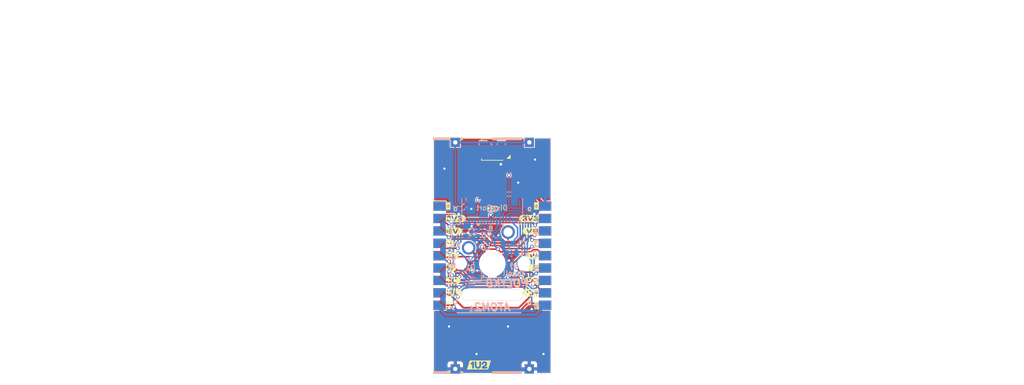
<source format=kicad_pcb>
(kicad_pcb (version 20211014) (generator pcbnew)
  (title_block (title "PolyKB Atom") (date "2022-02-01") (rev "2.1") (company "thpoll"))
  (layers (0 "F.Cu" signal) (31 "B.Cu" signal) (34 "B.Paste" user) (35 "F.Paste" user) (36 "B.SilkS" user "B.Silkscreen") (37 "F.SilkS" user "F.Silkscreen") (38 "B.Mask" user) (39 "F.Mask" user) (44 "Edge.Cuts" user))
  (net 0 "")
  (net 1 "/Keyboard/sheet605ED2EB/GND")
  (net 2 "/Keyboard/sheet605ED2EB/3V3")
  (net 3 "/Keyboard/sheet605ED2EB/4V2")
  (net 4 "Net-(C4-Pad1)")
  (net 5 "Net-(C5-Pad2)")
  (net 6 "Net-(C5-Pad1)")
  (net 7 "Net-(C6-Pad2)")
  (net 8 "Net-(C6-Pad1)")
  (net 9 "/Keyboard/sheet605ED2EB/CS")
  (net 10 "/Keyboard/sheet605ED2EB/RESET")
  (net 11 "/Keyboard/sheet605ED2EB/D-C")
  (net 12 "/Keyboard/sheet605ED2EB/SCLK")
  (net 13 "/Keyboard/sheet605ED2EB/SDIN")
  (net 14 "/Keyboard/sheet605ED2EB/LED_DIN")
  (net 15 "/Keyboard/sheet605ED2EB/5V")
  (net 16 "Net-(D1-Pad2)")
  (net 17 "/Keyboard/sheet605ED2EB/KeyRow")
  (net 18 "/Keyboard/sheet605ED2EB/KeyCol")
  (net 19 "CS8")
  (net 20 "CS7")
  (net 21 "CS6")
  (net 22 "CS5")
  (net 23 "CS4")
  (net 24 "CS3")
  (net 25 "CS2")
  (net 26 "CS1")
  (net 27 "Net-(C1-Pad1)")
  (footprint "poly_kb:AtomConnect2" (layer "F.Cu") (at 93.218 63.6778 -90)
    (fp_text reference "J3" hide)
    (fp_text value "WestFront")
  )
  (footprint "poly_kb:AtomConnect2" (layer "F.Cu") (at 110.236 63.6778 -90)
    (fp_text reference "J4" hide)
    (fp_text value "EastFront")
  )
  (footprint "poly_kb:WS2812B-Mini" (layer "F.Cu") (at 101.727 46.5328)
    (fp_text reference "LED1" hide)
    (fp_text value "LED")
  )
  (footprint "poly_kb:SW_Cherry_MX_1.00u_PCB_NoSilk" (layer "F.Cu") (at 104.267 59.8678)
    (fp_text reference "SW1" hide)
    (fp_text value "SW_Push")
  )
  (footprint "poly_kb:TestPoin_1.5x1.5mm_Drill0.7mm" (layer "F.Cu") (at 107.696 45.3898)
    (fp_text reference "J2" hide)
    (fp_text value "North")
  )
  (footprint "poly_kb:TestPoin_1.5x1.5mm_Drill0.7mm" (layer "F.Cu") (at 95.758 45.3898)
    (fp_text reference "J8" hide)
    (fp_text value "North2")
  )
  (footprint "poly_kb:TestPoin_1.5x1.5mm_Drill0.7mm" (layer "F.Cu") (at 107.696 81.9658)
    (fp_text reference "J9" hide)
    (fp_text value "South2")
  )
  (footprint "poly_kb:TestPoin_1.5x1.5mm_Drill0.7mm" (layer "F.Cu") (at 95.758 81.9658)
    (fp_text reference "J7" hide)
    (fp_text value "South")
  )
  (footprint "kibuzzard-61EFD908" (layer "F.Cu") (at 94.615 71.7042)
    (fp_text reference "kibuzzard-61EFD908" hide)
    (fp_text value "G***" hide)
  )
  (footprint "kibuzzard-61EFBE87" (layer "F.Cu") (at 96.0374 59.7154)
    (fp_text reference "kibuzzard-61EFBE87" hide)
    (fp_text value "G***" hide)
  )
  (footprint "kibuzzard-61EFDAC6" (layer "F.Cu") (at 108.7882 61.6966)
    (fp_text reference "kibuzzard-61EFDAC6" hide)
    (fp_text value "G***" hide)
  )
  (footprint "kibuzzard-61EFBE2C" (layer "F.Cu") (at 95.4278 67.691)
    (fp_text reference "kibuzzard-61EFBE2C" hide)
    (fp_text value "G***" hide)
  )
  (footprint "kibuzzard-61EFD947" (layer "F.Cu") (at 108.839 55.6514)
    (fp_text reference "kibuzzard-61EFD947" hide)
    (fp_text value "G***" hide)
  )
  (footprint "kibuzzard-61EFA8F1" (layer "F.Cu") (at 107.9246 69.6722)
    (fp_text reference "kibuzzard-61EFA8F1" hide)
    (fp_text value "G***" hide)
  )
  (footprint "kibuzzard-61EFDAA0" (layer "F.Cu") (at 94.9706 61.6966)
    (fp_text reference "kibuzzard-61EFDAA0" hide)
    (fp_text value "G***" hide)
  )
  (footprint "kibuzzard-61EFD7F9" (layer "F.Cu") (at 108.3818 65.659)
    (fp_text reference "kibuzzard-61EFD7F9" hide)
    (fp_text value "G***" hide)
  )
  (footprint "kibuzzard-61EFD863" (layer "F.Cu") (at 107.6198 57.6834)
    (fp_text reference "kibuzzard-61EFD863" hide)
    (fp_text value "G***" hide)
  )
  (footprint "kibuzzard-61EFD879" (layer "F.Cu") (at 95.844 57.6906)
    (fp_text reference "kibuzzard-61EFD879" hide)
    (fp_text value "G***" hide)
  )
  (footprint "kibuzzard-61EFD908" (layer "F.Cu") (at 108.839 71.7042)
    (fp_text reference "kibuzzard-61EFD908" hide)
    (fp_text value "G***" hide)
  )
  (footprint "kibuzzard-61EFACF9" (layer "F.Cu") (at 107.4166 59.7154)
    (fp_text reference "kibuzzard-61EFACF9" hide)
    (fp_text value "G***" hide)
  )
  (footprint "kibuzzard-61EFDAEE" (layer "F.Cu") (at 95.254239 63.677507)
    (fp_text reference "kibuzzard-61EFDAEE" hide)
    (fp_text value "G***" hide)
  )
  (footprint "kibuzzard-61EFBE21" (layer "F.Cu") (at 95.0722 65.659)
    (fp_text reference "kibuzzard-61EFBE21" hide)
    (fp_text value "G***" hide)
  )
  (footprint "kibuzzard-61EFABBF" (layer "F.Cu") (at 108.0262 67.691)
    (fp_text reference "kibuzzard-61EFABBF" hide)
    (fp_text value "G***" hide)
  )
  (footprint "kibuzzard-61EFD947" (layer "F.Cu") (at 94.615 55.6514)
    (fp_text reference "kibuzzard-61EFD947" hide)
    (fp_text value "G***" hide)
  )
  (footprint "kibuzzard-61EFBE3D" (layer "F.Cu") (at 95.5294 69.6722)
    (fp_text reference "kibuzzard-61EFBE3D" hide)
    (fp_text value "G***" hide)
  )
  (footprint "kibuzzard-61EFAA6D" (layer "F.Cu") (at 108.2294 63.6778)
    (fp_text reference "kibuzzard-61EFAA6D" hide)
    (fp_text value "G***" hide)
  )
  (footprint "kibuzzard-620B769A" (layer "F.Cu") (at 99.568 81.3308)
    (fp_text reference "kibuzzard-620B769A" hide)
    (fp_text value "G***" hide)
  )
  (footprint "Capacitor_SMD:C_0603_1608Metric" (layer "B.Cu") (at 104.802 63.2528 180)
    (fp_text reference "C1")
    (fp_text value "2.2uF")
  )
  (footprint "Capacitor_SMD:C_0603_1608Metric" (layer "B.Cu") (at 97.409 59.8046 90)
    (fp_text reference "C2")
    (fp_text value "2.2uF")
  )
  (footprint "Capacitor_SMD:C_0402_1005Metric" (layer "B.Cu") (at 95.123 56.9468 90)
    (fp_text reference "C3" hide)
    (fp_text value "1uF")
  )
  (footprint "Capacitor_SMD:C_0603_1608Metric" (layer "B.Cu") (at 104.302 61.7528 180)
    (fp_text reference "C4")
    (fp_text value "4.7uF")
  )
  (footprint "Capacitor_SMD:C_0402_1005Metric" (layer "B.Cu") (at 99.4918 60.0176 90)
    (fp_text reference "C5")
    (fp_text value "1uF")
  )
  (footprint "Capacitor_SMD:C_0402_1005Metric" (layer "B.Cu") (at 100.457 61.3918)
    (fp_text reference "C6")
    (fp_text value "1uF")
  )
  (footprint "poly_kb:D_SOD-323Ext" (layer "B.Cu") (at 98.425 66.9528 180)
    (fp_text reference "D1")
    (fp_text value "D_Small")
  )
  (footprint "poly_kb:FPC_16_JUSHUO_AFC05_S16FIA_00" (layer "B.Cu") (at 101.727 57.9628)
    (fp_text reference "J1" hide)
    (fp_text value "Conn_01x16")
  )
  (footprint "poly_kb:AtomConnect2" (layer "B.Cu") (at 110.236 63.6778 -90)
    (fp_text reference "J6" hide)
    (fp_text value "EastBack")
  )
  (footprint "poly_kb:AtomConnectCS" (layer "B.Cu") (at 93.218 63.6778 -90)
    (fp_text reference "J5" hide)
    (fp_text value "WestBack")
  )
  (footprint "Resistor_SMD:R_0402_1005Metric" (layer "B.Cu") (at 95.602 60.3906 -90)
    (fp_text reference "R1")
    (fp_text value "1M")
  )
  (gr_poly (pts (xy 106.4895 82.7532) (xy 101.727 82.7532) (xy 101.727 82.3214) (xy 106.4895 82.3214)) (layer "B.SilkS") (width 0) (fill solid))
  (gr_poly (pts (xy 94.9706 45.0358) (xy 92.1766 45.0358) (xy 92.1766 44.6024) (xy 94.9706 44.6024)) (layer "B.SilkS") (width 0) (fill solid))
  (gr_poly (pts (xy 96.9645 45.0358) (xy 96.5454 45.0358) (xy 96.5454 44.6024) (xy 96.9645 44.6024)) (layer "B.SilkS") (width 0) (fill solid))
  (gr_poly (pts (xy 96.9645 82.7532) (xy 96.5454 82.7532) (xy 96.5454 82.3341) (xy 96.9645 82.3341)) (layer "B.SilkS") (width 0) (fill solid))
  (gr_poly (pts (xy 94.9706 82.7532) (xy 92.202 82.7532) (xy 92.202 82.313864) (xy 94.9706 82.313864)) (layer "B.SilkS") (width 0) (fill solid))
  (gr_line (start 108.839 55.3466) (end 108.839 55.7022) (layer "B.SilkS") (width 0.12))
  (gr_line (start 95.123 63.4238) (end 95.123 59.3598) (layer "B.SilkS") (width 0.12))
  (gr_line (start 103.502 58.4778) (end 103.502 58.9278) (layer "B.SilkS") (width 0.12))
  (gr_line (start 94.615 66.7258) (end 95.123 66.7258) (layer "B.SilkS") (width 0.12))
  (gr_line (start 103.327 58.7528) (end 103.677 58.7528) (layer "B.SilkS") (width 0.12))
  (gr_line (start 94.615 55.3466) (end 94.615 55.7022) (layer "B.SilkS") (width 0.12))
  (gr_line (start 95.123 69.5198) (end 94.615 70.0278) (layer "B.SilkS") (width 0.12))
  (gr_line (start 94.615 55.7022) (end 94.361 55.7022) (layer "B.SilkS") (width 0.12))
  (gr_line (start 99.302 58.7528) (end 99.652 58.7528) (layer "B.SilkS") (width 0.12))
  (gr_line (start 108.7882 56.007) (end 108.8898 56.007) (layer "B.SilkS") (width 0.12))
  (gr_line (start 94.615 55.7022) (end 94.869 55.7022) (layer "B.SilkS") (width 0.12))
  (gr_line (start 99.402 58.7028) (end 99.552 58.7028) (layer "B.SilkS") (width 0.12))
  (gr_line (start 103.427 58.7028) (end 103.577 58.7028) (layer "B.SilkS") (width 0.12))
  (gr_line (start 99.477 58.4778) (end 99.302 58.7528) (layer "B.SilkS") (width 0.12))
  (gr_line (start 103.677 58.7528) (end 103.502 58.4778) (layer "B.SilkS") (width 0.12))
  (gr_line (start 108.839 55.7022) (end 109.093 55.7022) (layer "B.SilkS") (width 0.12))
  (gr_line (start 108.839 55.7022) (end 108.585 55.7022) (layer "B.SilkS") (width 0.12))
  (gr_poly (pts (xy 106.4895 45.0358) (xy 101.727 45.0358) (xy 101.727 44.6024) (xy 106.4895 44.6024)) (layer "B.SilkS") (width 0) (fill solid))
  (gr_line (start 94.4626 55.8546) (end 94.7674 55.8546) (layer "B.SilkS") (width 0.12))
  (gr_line (start 94.615 62.6618) (end 95.123 62.6618) (layer "B.SilkS") (width 0.12))
  (gr_line (start 99.652 58.7528) (end 99.477 58.4778) (layer "B.SilkS") (width 0.12))
  (gr_line (start 95.123 65.9638) (end 95.123 69.5198) (layer "B.SilkS") (width 0.12))
  (gr_line (start 103.502 58.4778) (end 103.327 58.7528) (layer "B.SilkS") (width 0.12))
  (gr_line (start 101.477 58.6528) (end 101.477 58.4778) (layer "B.SilkS") (width 0.12))
  (gr_line (start 95.123 59.3598) (end 94.615 58.8518) (layer "B.SilkS") (width 0.12))
  (gr_line (start 108.6866 55.8546) (end 108.9914 55.8546) (layer "B.SilkS") (width 0.12))
  (gr_line (start 99.477 58.4778) (end 99.477 58.9278) (layer "B.SilkS") (width 0.12))
  (gr_line (start 94.5642 56.007) (end 94.6658 56.007) (layer "B.SilkS") (width 0.12))
  (gr_poly (pts (xy 106.4895 45.0358) (xy 101.727 45.0358) (xy 101.727 44.6024) (xy 106.4895 44.6024)) (layer "F.SilkS") (width 0) (fill solid))
  (gr_line (start 94.7928 59.2582) (end 94.7928 59.309) (layer "F.SilkS") (width 0.12))
  (gr_line (start 108.2294 59.2074) (end 108.2294 60.2234) (layer "F.SilkS") (width 0.135))
  (gr_line (start 109.1438 59.2074) (end 109.1438 60.2234) (layer "F.SilkS") (width 0.135))
  (gr_line (start 108.712 59.309) (end 108.6612 59.309) (layer "F.SilkS") (width 0.12))
  (gr_line (start 108.712 59.2582) (end 108.712 59.309) (layer "F.SilkS") (width 0.12))
  (gr_line (start 95.0468 59.309) (end 95.0468 59.2074) (layer "F.SilkS") (width 0.12))
  (gr_line (start 108.4072 59.309) (end 108.4072 59.2074) (layer "F.SilkS") (width 0.12))
  (gr_line (start 94.3102 59.2074) (end 95.2754 59.2074) (layer "F.SilkS") (width 0.135))
  (gr_line (start 94.742 59.309) (end 94.742 59.2582) (layer "F.SilkS") (width 0.12))
  (gr_line (start 95.1992 59.309) (end 95.0468 59.309) (layer "F.SilkS") (width 0.12))
  (gr_line (start 95.2754 60.2234) (end 94.3102 60.2234) (layer "F.SilkS") (width 0.135))
  (gr_line (start 94.361 59.309) (end 94.488 59.309) (layer "F.SilkS") (width 0.12))
  (gr_line (start 108.458 59.563) (end 108.9152 59.563) (layer "F.SilkS") (width 0.12))
  (gr_line (start 94.3102 59.2074) (end 94.3102 60.2234) (layer "F.SilkS") (width 0.135))
  (gr_line (start 109.1184 59.309) (end 108.966 59.309) (layer "F.SilkS") (width 0.12))
  (gr_poly (pts (xy 96.9645 45.0358) (xy 96.5454 45.0358) (xy 96.5454 44.6024) (xy 96.9645 44.6024)) (layer "F.SilkS") (width 0) (fill solid))
  (gr_line (start 94.5388 59.563) (end 94.996 59.563) (layer "F.SilkS") (width 0.12))
  (gr_line (start 94.5388 59.9694) (end 94.996 59.9694) (layer "F.SilkS") (width 0.12))
  (gr_poly (pts (xy 94.9706 45.0358) (xy 92.1766 45.0358) (xy 92.1766 44.6024) (xy 94.9706 44.6024)) (layer "F.SilkS") (width 0) (fill solid))
  (gr_line (start 108.9152 59.7662) (end 108.458 59.7662) (layer "F.SilkS") (width 0.12))
  (gr_line (start 108.966 59.309) (end 108.966 59.2074) (layer "F.SilkS") (width 0.12))
  (gr_line (start 94.7928 59.309) (end 94.742 59.309) (layer "F.SilkS") (width 0.12))
  (gr_line (start 109.1438 60.2234) (end 108.1786 60.2234) (layer "F.SilkS") (width 0.135))
  (gr_line (start 108.2802 59.309) (end 108.4072 59.309) (layer "F.SilkS") (width 0.12))
  (gr_line (start 94.996 59.7662) (end 94.5388 59.7662) (layer "F.SilkS") (width 0.12))
  (gr_poly (pts (xy 96.9645 82.7532) (xy 96.5454 82.7532) (xy 96.5454 82.3468) (xy 96.9645 82.3468)) (layer "F.SilkS") (width 0) (fill solid))
  (gr_line (start 94.488 59.309) (end 94.488 59.2074) (layer "F.SilkS") (width 0.12))
  (gr_poly (pts (xy 106.4895 82.7532) (xy 101.727 82.7532) (xy 101.727 82.3468) (xy 106.4895 82.3468)) (layer "F.SilkS") (width 0) (fill solid))
  (gr_line (start 108.458 59.9694) (end 108.9152 59.9694) (layer "F.SilkS") (width 0.12))
  (gr_line (start 95.2246 59.2074) (end 95.2246 60.2234) (layer "F.SilkS") (width 0.135))
  (gr_line (start 108.6612 59.309) (end 108.6612 59.2582) (layer "F.SilkS") (width 0.12))
  (gr_line (start 108.1786 59.2074) (end 109.1438 59.2074) (layer "F.SilkS") (width 0.135))
  (gr_poly (pts (xy 94.9706 82.7532) (xy 92.1766 82.7532) (xy 92.1766 82.3468) (xy 94.9706 82.3468)) (layer "F.SilkS") (width 0) (fill solid))
  (gr_line (start 111.252 44.6278) (end 92.202 44.6278) (layer "Edge.Cuts") (width 0.05))
  (gr_line (start 92.202 44.6278) (end 92.202 82.7278) (layer "Edge.Cuts") (width 0.05))
  (gr_line (start 111.252 44.6278) (end 111.252 82.7278) (layer "Edge.Cuts") (width 0.05))
  (gr_line (start 111.252 82.7278) (end 92.202 82.7278) (layer "Edge.Cuts") (width 0.05))
  (gr_arc (start 105.718 69.1388) (mid 106.607 70.0278) (end 105.718 70.9168) (layer "Edge.Cuts") (width 0.05))
  (gr_line (start 105.718 69.1388) (end 97.736 69.1388) (layer "Edge.Cuts") (width 0.05))
  (gr_arc (start 97.736 70.9168) (mid 96.847 70.0278) (end 97.736 69.1388) (layer "Edge.Cuts") (width 0.05))
  (gr_line (start 105.718 70.9168) (end 97.736 70.9168) (layer "Edge.Cuts") (width 0.05))
  (gr_text "ATOM2" (at 101.7778 71.9963) (layer "B.SilkS") (effects (font (size 1.2 1.2) (thickness 0.3) italic) (justify mirror)))
  (gr_text "1" (at 108.839 57.7088) (layer "B.SilkS") (effects (font (size 0.8 0.8) (thickness 0.153)) (justify mirror)))
  (gr_text "c" (at 95.7834 71.12) (layer "B.SilkS") (effects (font (size 0.8 0.8) (thickness 0.153)) (justify mirror)))
  (gr_text "c" (at 107.7214 71.1454) (layer "B.SilkS") (effects (font (size 0.8 0.8) (thickness 0.153)) (justify mirror)))
  (gr_text "c" (at 95.7834 56.0578) (layer "B.SilkS") (effects (font (size 0.8 0.8) (thickness 0.153)) (justify mirror)))
  (gr_text ".1" (at 98.5012 72.2503) (layer "B.SilkS") (effects (font (size 0.8 0.8) (thickness 0.153)) (justify mirror)))
  (gr_text "4" (at 108.839 63.741299) (layer "B.SilkS") (effects (font (size 0.8 0.8) (thickness 0.153)) (justify mirror)))
  (gr_text "POLYKB" (at 104.14 68.1482) (layer "B.SilkS") (effects (font (size 1.2 1.2) (thickness 0.3) italic) (justify mirror)))
  (gr_text "." (at 100.302 66.5028) (layer "B.SilkS") (effects (font (size 1.2 1.2) (thickness 0.25)) (justify mirror)))
  (gr_text "2" (at 108.839 59.719633) (layer "B.SilkS") (effects (font (size 0.8 0.8) (thickness 0.153)) (justify mirror)))
  (gr_text "5" (at 108.839 65.752132) (layer "B.SilkS") (effects (font (size 0.8 0.8) (thickness 0.153)) (justify mirror)))
  (gr_text "6" (at 108.839 67.762965) (layer "B.SilkS") (effects (font (size 0.8 0.8) (thickness 0.153)) (justify mirror)))
  (gr_text "by\nthpoll" (at 105.156 65.8368) (layer "B.SilkS") (effects (font (size 0.8 0.8)) (justify mirror)))
  (gr_text "8" (at 101.477 59.3278) (layer "B.SilkS") (effects (font (size 0.8 0.8) (thickness 0.153)) (justify mirror)))
  (gr_text "16" (at 106.527 58.2778) (layer "B.SilkS") (effects (font (size 0.8 0.8) (thickness 0.153)) (justify mirror)))
  (gr_text "C3" (at 95.952 58.3278) (layer "B.SilkS") (effects (font (size 0.8 0.8)) (justify mirror)))
  (gr_text "c" (at 107.7214 56.0578) (layer "B.SilkS") (effects (font (size 0.8 0.8) (thickness 0.153)) (justify mirror)))
  (gr_text "DispPort" (at 101.6762 55.9562) (layer "B.SilkS") (effects (font (size 0.8 0.8) (thickness 0.153)) (justify mirror)))
  (gr_text "3" (at 108.839 61.730466) (layer "B.SilkS") (effects (font (size 0.8 0.8) (thickness 0.153)) (justify mirror)))
  (gr_text "CS" (at 95.123 64.6938 270) (layer "B.SilkS") (effects (font (size 1 1.2) (thickness 0.25)) (justify mirror)))
  (gr_text "." (at 97.352 57.5278) (layer "B.SilkS") (effects (font (size 1.2 1.2) (thickness 0.25)) (justify mirror)))
  (gr_text "8" (at 108.839 71.755) (layer "B.SilkS") (effects (font (size 0.8 0.8) (thickness 0.153)) (justify mirror)))
  (gr_text "7" (at 108.839 69.7738) (layer "B.SilkS") (effects (font (size 0.8 0.8) (thickness 0.153)) (justify mirror)))
  (gr_text "c" (at 95.7326 71.0946) (layer "F.SilkS") (effects (font (size 0.8 0.8) (thickness 0.153))))
  (gr_text "c" (at 107.7214 56.0578) (layer "F.SilkS") (effects (font (size 0.8 0.8) (thickness 0.153))))
  (gr_text "c" (at 107.6706 71.1454) (layer "F.SilkS") (effects (font (size 0.8 0.8) (thickness 0.153))))
  (gr_text "E" (at 101.727 56.134) (layer "F.SilkS") (effects (font (size 0.8 0.8))))
  (gr_text "D" (at 102.3112 56.134) (layer "F.SilkS") (effects (font (size 0.8 0.8))))
  (gr_text "L" (at 101.1428 56.134) (layer "F.SilkS") (effects (font (size 0.8 0.8))))
  (gr_text "c" (at 95.7834 56.0578) (layer "F.SilkS") (effects (font (size 0.8 0.8) (thickness 0.153))))
  (segment (start 98.407521 56.0578) (end 98.34306 56.122261) (width 0.5) (layer "F.Cu") (net 1))
  (segment (start 101.092 56.0578) (end 98.407521 56.0578) (width 0.5) (layer "F.Cu") (net 1))
  (segment (start 95.662917 58.91646) (end 95.585745 58.993632) (width 0.2921) (layer "F.Cu") (net 1))
  (segment (start 101.490858 56.0578) (end 102.581996 57.148938) (width 0.5) (layer "F.Cu") (net 1))
  (segment (start 103.102 47.4328) (end 103.092 47.4228) (width 0.5) (layer "F.Cu") (net 1))
  (segment (start 98.405358 58.91646) (end 95.662917 58.91646) (width 0.2921) (layer "F.Cu") (net 1))
  (segment (start 102.581996 57.148938) (end 108.305862 57.148938) (width 0.5) (layer "F.Cu") (net 1))
  (segment (start 101.092 56.0578) (end 101.490858 56.0578) (width 0.5) (layer "F.Cu") (net 1))
  (segment (start 98.405358 58.91646) (end 101.21566 58.91646) (width 0.2921) (layer "F.Cu") (net 1))
  (segment (start 101.21566 58.91646) (end 102.702 60.4028) (width 0.2921) (layer "F.Cu") (net 1))
  (segment (start 97.640496 56.824825) (end 98.34306 56.122261) (width 0.5) (layer "F.Cu") (net 1))
  (segment (start 96.503206 56.824825) (end 97.640496 56.824825) (width 0.5) (layer "F.Cu") (net 1))
  (segment (start 103.102 48.9228) (end 103.102 47.4328) (width 0.5) (layer "F.Cu") (net 1))
  (segment (start 108.305862 57.148938) (end 108.502 56.9528) (width 0.5) (layer "F.Cu") (net 1))
  (via (at 99.202 61.5188) (size 0.6096) (drill 0.3556) (layers "F.Cu" "B.Cu") (net 1))
  (via (at 104.394 64.4652) (size 0.6096) (drill 0.3556) (layers "F.Cu" "B.Cu") (net 1))
  (via (at 101.092 56.0578) (size 0.6096) (drill 0.3556) (layers "F.Cu" "B.Cu") (net 1))
  (via (at 108.622 48.1628) (size 0.6096) (drill 0.3556) (layers "F.Cu" "B.Cu") (net 1))
  (via (at 98.405358 58.91646) (size 0.6096) (drill 0.3556) (layers "F.Cu" "B.Cu") (net 1))
  (via (at 108.502 56.9528) (size 0.8) (drill 0.4) (layers "F.Cu" "B.Cu") (net 1))
  (via (at 94.012 49.6228) (size 0.6096) (drill 0.3556) (layers "F.Cu" "B.Cu") (net 1))
  (via (at 103.102 48.9228) (size 0.8) (drill 0.4) (layers "F.Cu" "B.Cu") (net 1))
  (via (at 105.902 51.8828) (size 0.6096) (drill 0.3556) (layers "F.Cu" "B.Cu") (net 1))
  (via (at 102.702 60.4028) (size 0.6096) (drill 0.3556) (layers "F.Cu" "B.Cu") (net 1))
  (via (at 98.34306 56.122261) (size 0.6096) (drill 0.3556) (layers "F.Cu" "B.Cu") (net 1))
  (via (at 95.607733 58.996357) (size 0.6096) (drill 0.3556) (layers "F.Cu" "B.Cu") (net 1))
  (via (at 96.302 56.9528) (size 0.8) (drill 0.4) (layers "F.Cu" "B.Cu") (net 1))
  (via (at 99.314 66.0908) (size 0.6096) (drill 0.3556) (layers "F.Cu" "B.Cu") (net 1))
  (segment (start 102.702 60.7528) (end 102.702 60.4028) (width 0.5) (layer "B.Cu") (net 1))
  (segment (start 103.527 61.6458) (end 103.527 61.5778) (width 0.5) (layer "B.Cu") (net 1))
  (segment (start 98.452 60.7838) (end 99.187 61.5188) (width 0.2921) (layer "B.Cu") (net 1))
  (segment (start 108.502 56.9528) (end 110.236 55.2188) (width 0.5) (layer "B.Cu") (net 1))
  (segment (start 106.002 49.2628) (end 103.442 49.2628) (width 0.5) (layer "B.Cu") (net 1))
  (segment (start 93.472 55.6778) (end 93.979 56.1848) (width 0.5) (layer "B.Cu") (net 1))
  (segment (start 96.252 57.5528) (end 96.252 57.0028) (width 0.2921) (layer "B.Cu") (net 1))
  (segment (start 109.982 55.6778) (end 109.777 55.6778) (width 0.5) (layer "B.Cu") (net 1))
  (segment (start 95.23199 56.1848) (end 95.863181 56.1848) (width 0.5) (layer "B.Cu") (net 1))
  (segment (start 103.527 61.5778) (end 102.702 60.7528) (width 0.5) (layer "B.Cu") (net 1))
  (segment (start 103.5242 62.681) (end 103.5242 61.6458) (width 0.5) (layer "B.Cu") (net 1))
  (segment (start 95.702 58.1028) (end 96.252 57.5528) (width 0.2921) (layer "B.Cu") (net 1))
  (segment (start 96.252 57.0028) (end 96.302 56.9528) (width 0.2921) (layer "B.Cu") (net 1))
  (segment (start 98.977 58.4778) (end 98.53834 58.91646) (width 0.2921) (layer "B.Cu") (net 1))
  (segment (start 96.302 56.623619) (end 96.302 56.9528) (width 0.5) (layer "B.Cu") (net 1))
  (segment (start 97.409 58.8388) (end 97.61881 58.8388) (width 0.2921) (layer "B.Cu") (net 1))
  (segment (start 97.977 57.9628) (end 97.977 58.48061) (width 0.2921) (layer "B.Cu") (net 1))
  (segment (start 98.452 58.963102) (end 98.452 60.7838) (width 0.2921) (layer "B.Cu") (net 1))
  (segment (start 95.23199 56.1848) (end 95.23199 56.35781) (width 0.5) (layer "B.Cu") (net 1))
  (segment (start 97.977 58.48061) (end 98.405358 58.908968) (width 0.2921) (layer "B.Cu") (net 1))
  (segment (start 95.23199 56.35781) (end 95.123 56.4668) (width 0.5) (layer "B.Cu") (net 1))
  (segment (start 98.405358 58.91646) (end 98.452 58.963102) (width 0.2921) (layer "B.Cu") (net 1))
  (segment (start 109.777 55.6778) (end 108.502 56.9528) (width 0.5) (layer "B.Cu") (net 1))
  (segment (start 98.53834 58.91646) (end 98.405358 58.91646) (width 0.2921) (layer "B.Cu") (net 1))
  (segment (start 110.236 55.2188) (end 110.236 53.4968) (width 0.5) (layer "B.Cu") (net 1))
  (segment (start 104.013 63.1698) (end 103.5242 62.681) (width 0.5) (layer "B.Cu") (net 1))
  (segment (start 95.863181 56.1848) (end 96.302 56.623619) (width 0.5) (layer "B.Cu") (net 1))
  (segment (start 110.236 53.4968) (end 106.002 49.2628) (width 0.5) (layer "B.Cu") (net 1))
  (segment (start 103.442 49.2628) (end 103.102 48.9228) (width 0.5) (layer "B.Cu") (net 1))
  (segment (start 95.585745 58.993632) (end 95.702 58.877377) (width 0.2921) (layer "B.Cu") (net 1))
  (segment (start 98.405358 58.908968) (end 98.405358 58.91646) (width 0.2921) (layer "B.Cu") (net 1))
  (segment (start 97.61881 58.8388) (end 97.977 58.48061) (width 0.2921) (layer "B.Cu") (net 1))
  (segment (start 93.979 56.1848) (end 95.23199 56.1848) (width 0.5) (layer "B.Cu") (net 1))
  (segment (start 95.702 58.877377) (end 95.702 58.1028) (width 0.2921) (layer "B.Cu") (net 1))
  (segment (start 98.977 57.9628) (end 98.977 58.4778) (width 0.2921) (layer "B.Cu") (net 1))
  (segment (start 93.585251 57.6778) (end 94.842315 58.934864) (width 0.25) (layer "F.Cu") (net 2))
  (segment (start 101.473 57.0738) (end 101.473 57.5818) (width 0.5) (layer "F.Cu") (net 2))
  (segment (start 101.618511 57.727311) (end 101.327489 57.727311) (width 0.5) (layer "F.Cu") (net 2))
  (segment (start 101.473 57.5818) (end 101.327489 57.727311) (width 0.5) (layer "F.Cu") (net 2))
  (segment (start 93.218 57.6778) (end 93.7244 57.1714) (width 0.5) (layer "F.Cu") (net 2))
  (segment (start 93.472 57.6778) (end 93.6696 57.4802) (width 0.5) (layer "F.Cu") (net 2))
  (segment (start 93.218 57.6778) (end 93.585251 57.6778) (width 0.25) (layer "F.Cu") (net 2))
  (segment (start 101.473 57.5818) (end 101.618511 57.727311) (width 0.5) (layer "F.Cu") (net 2))
  (segment (start 93.7244 57.1714) (end 94.869 57.1714) (width 0.5) (layer "F.Cu") (net 2))
  (segment (start 94.926892 57.229292) (end 95.491142 57.229292) (width 0.5) (layer "F.Cu") (net 2))
  (segment (start 110.112951 57.800849) (end 96.015989 57.800849) (width 0.5) (layer "F.Cu") (net 2))
  (segment (start 95.491142 57.276002) (end 95.491142 57.229292) (width 0.5) (layer "F.Cu") (net 2))
  (segment (start 94.869 57.1714) (end 94.926892 57.229292) (width 0.5) (layer "F.Cu") (net 2))
  (segment (start 93.709316 57.186484) (end 93.218 57.6778) (width 0.3) (layer "F.Cu") (net 2))
  (segment (start 101.327489 57.727311) (end 101.277489 57.777311) (width 0.5) (layer "F.Cu") (net 2))
  (segment (start 110.236 57.6778) (end 110.112951 57.800849) (width 0.5) (layer "F.Cu") (net 2))
  (segment (start 96.015989 57.800849) (end 95.491142 57.276002) (width 0.5) (layer "F.Cu") (net 2))
  (via (at 94.842315 58.934864) (size 0.6096) (drill 0.3556) (layers "F.Cu" "B.Cu") (net 2))
  (via (at 101.473 57.0738) (size 0.6096) (drill 0.3556) (layers "F.Cu" "B.Cu") (net 2))
  (via (at 95.491142 57.229292) (size 0.6096) (drill 0.3556) (layers "F.Cu" "B.Cu") (net 2))
  (segment (start 95.267846 59.8806) (end 94.842315 59.455069) (width 0.25) (layer "B.Cu") (net 2))
  (segment (start 95.123 57.4268) (end 95.293634 57.4268) (width 0.3) (layer "B.Cu") (net 2))
  (segment (start 94.842315 59.455069) (end 94.842315 58.934864) (width 0.25) (layer "B.Cu") (net 2))
  (segment (start 95.293634 57.4268) (end 95.491142 57.229292) (width 0.3) (layer "B.Cu") (net 2))
  (segment (start 101.977 57.9628) (end 101.977 57.2778) (width 0.3) (layer "B.Cu") (net 2))
  (segment (start 101.773 57.0738) (end 101.473 57.0738) (width 0.3) (layer "B.Cu") (net 2))
  (segment (start 101.977 57.2778) (end 101.773 57.0738) (width 0.3) (layer "B.Cu") (net 2))
  (segment (start 95.644 59.8806) (end 95.267846 59.8806) (width 0.25) (layer "B.Cu") (net 2))
  (segment (start 105.5818 61.5528) (end 103.702 61.5528) (width 0.5) (layer "F.Cu") (net 3))
  (segment (start 103.258701 61.109501) (end 102.002089 61.109501) (width 0.5) (layer "F.Cu") (net 3))
  (segment (start 100.633388 59.7408) (end 101.128688 60.2361) (width 0.5) (layer "F.Cu") (net 3))
  (segment (start 107.4568 59.6778) (end 105.5818 61.5528) (width 0.5) (layer "F.Cu") (net 3))
  (segment (start 102.002089 61.109501) (end 101.128688 60.2361) (width 0.5) (layer "F.Cu") (net 3))
  (segment (start 97.752 59.8044) (end 97.752 60.0028) (width 0.5) (layer "F.Cu") (net 3))
  (segment (start 93.281 59.7408) (end 100.633388 59.7408) (width 0.5) (layer "F.Cu") (net 3))
  (segment (start 109.982 59.6778) (end 107.4568 59.6778) (width 0.5) (layer "F.Cu") (net 3))
  (segment (start 93.218 59.6778) (end 93.281 59.7408) (width 0.5) (layer "F.Cu") (net 3))
  (segment (start 103.702 61.5528) (end 103.258701 61.109501) (width 0.5) (layer "F.Cu") (net 3))
  (via (at 101.128688 60.2361) (size 0.6096) (drill 0.3556) (layers "F.Cu" "B.Cu") (net 3))
  (via (at 97.752 60.0028) (size 0.6096) (drill 0.3556) (layers "F.Cu" "B.Cu") (net 3))
  (segment (start 101.477 57.9628) (end 101.477 59.571705) (width 0.3) (layer "B.Cu") (net 3))
  (segment (start 101.128688 59.920017) (end 101.128688 60.2361) (width 0.3) (layer "B.Cu") (net 3))
  (segment (start 97.409 60.3888) (end 97.752 60.0458) (width 0.3) (layer "B.Cu") (net 3))
  (segment (start 97.752 60.0458) (end 97.752 60.0028) (width 0.3) (layer "B.Cu") (net 3))
  (segment (start 101.477 59.571705) (end 101.128688 59.920017) (width 0.3) (layer "B.Cu") (net 3))
  (segment (start 104.977 58.3486) (end 104.977 57.9628) (width 0.254) (layer "B.Cu") (net 4))
  (segment (start 105.794 60.598892) (end 105.794 59.1656) (width 0.254) (layer "B.Cu") (net 4))
  (segment (start 105.794 59.1656) (end 104.977 58.3486) (width 0.254) (layer "B.Cu") (net 4))
  (segment (start 105.296 61.096892) (end 105.794 60.598892) (width 0.254) (layer "B.Cu") (net 4))
  (segment (start 105.296 61.6458) (end 105.296 61.096892) (width 0.254) (layer "B.Cu") (net 4))
  (segment (start 99.4918 59.35762) (end 99.4918 59.5376) (width 0.254) (layer "B.Cu") (net 5))
  (segment (start 99.977 58.87242) (end 99.4918 59.35762) (width 0.254) (layer "B.Cu") (net 5))
  (segment (start 99.977 57.9628) (end 99.977 58.87242) (width 0.254) (layer "B.Cu") (net 5))
  (segment (start 99.477 58.64911) (end 98.90228 59.22383) (width 0.254) (layer "B.Cu") (net 6))
  (segment (start 98.90228 59.90808) (end 99.4918 60.4976) (width 0.254) (layer "B.Cu") (net 6))
  (segment (start 98.90228 59.22383) (end 98.90228 59.90808) (width 0.254) (layer "B.Cu") (net 6))
  (segment (start 99.477 57.9628) (end 99.477 58.64911) (width 0.254) (layer "B.Cu") (net 6))
  (segment (start 100.544987 60.999787) (end 100.937 61.3918) (width 0.254) (layer "B.Cu") (net 7))
  (segment (start 100.977 57.9628) (end 100.977 59.3826) (width 0.254) (layer "B.Cu") (net 7))
  (segment (start 100.977 59.3826) (end 100.544987 59.814613) (width 0.254) (layer "B.Cu") (net 7))
  (segment (start 100.544987 59.814613) (end 100.544987 60.999787) (width 0.254) (layer "B.Cu") (net 7))
  (segment (start 100.437099 59.070541) (end 100.12752 59.38012) (width 0.254) (layer "B.Cu") (net 8))
  (segment (start 100.477 57.9628) (end 100.437099 58.002701) (width 0.254) (layer "B.Cu") (net 8))
  (segment (start 100.12752 61.24128) (end 99.977 61.3918) (width 0.254) (layer "B.Cu") (net 8))
  (segment (start 100.12752 59.38012) (end 100.12752 61.24128) (width 0.254) (layer "B.Cu") (net 8))
  (segment (start 100.437099 58.002701) (end 100.437099 59.070541) (width 0.254) (layer "B.Cu") (net 8))
  (segment (start 96.202 63.2528) (end 94.952 63.2528) (width 0.254) (layer "F.Cu") (net 9))
  (segment (start 94.952 63.2528) (end 94.852 63.1528) (width 0.254) (layer "F.Cu") (net 9))
  (segment (start 95.458198 67.059304) (end 95.251694 66.8528) (width 0.254) (layer "F.Cu") (net 9))
  (segment (start 96.419094 67.059304) (end 95.458198 67.059304) (width 0.254) (layer "F.Cu") (net 9))
  (via (at 96.202 63.2528) (size 0.6096) (drill 0.3556) (layers "F.Cu" "B.Cu") (net 9))
  (via (at 95.251694 66.8528) (size 0.6096) (drill 0.3556) (layers "F.Cu" "B.Cu") (net 9))
  (via (at 94.852 63.1528) (size 0.6096) (drill 0.3556) (layers "F.Cu" "B.Cu") (net 9))
  (via (at 96.419094 67.059304) (size 0.6096) (drill 0.3556) (layers "F.Cu" "B.Cu") (net 9))
  (segment (start 95.340179 61.913081) (end 94.852 62.40126) (width 0.254) (layer "B.Cu") (net 9))
  (segment (start 98.53829 64.6938) (end 97.79 64.6938) (width 0.254) (layer "B.Cu") (net 9))
  (segment (start 95.602 60.9006) (end 95.602 61.354713) (width 0.254) (layer "B.Cu") (net 9))
  (segment (start 97.79 64.6938) (end 97.79 65.4812) (width 0.254) (layer "B.Cu") (net 9))
  (segment (start 102.477 59.178277) (end 101.712388 59.942889) (width 0.254) (layer "B.Cu") (net 9))
  (segment (start 98.043873 64.6938) (end 96.602873 63.2528) (width 0.254) (layer "B.Cu") (net 9))
  (segment (start 94.243 69.9028) (end 95.077479 69.9028) (width 0.254) (layer "B.Cu") (net 9))
  (segment (start 93.968 67.1778) (end 94.926694 67.1778) (width 0.254) (layer "B.Cu") (net 9))
  (segment (start 94.926694 67.1778) (end 95.251694 66.8528) (width 0.254) (layer "B.Cu") (net 9))
  (segment (start 95.385701 69.594578) (end 95.385701 67.008316) (width 0.254) (layer "B.Cu") (net 9))
  (segment (start 97.060251 66.210949) (end 96.698651 66.210949) (width 0.254) (layer "B.Cu") (net 9))
  (segment (start 95.385701 67.008316) (end 95.25 66.872615) (width 0.254) (layer "B.Cu") (net 9))
  (segment (start 97.79 65.4812) (end 97.060251 66.210949) (width 0.254) (layer "B.Cu") (net 9))
  (segment (start 93.968 70.1778) (end 94.243 69.9028) (width 0.254) (layer "B.Cu") (net 9))
  (segment (start 101.712388 59.942889) (end 101.712388 61.519702) (width 0.254) (layer "B.Cu") (net 9))
  (segment (start 95.340179 61.616532) (end 95.340179 61.913081) (width 0.254) (layer "B.Cu") (net 9))
  (segment (start 95.25 66.8528) (end 95.251694 66.8528) (width 0.254) (layer "B.Cu") (net 9))
  (segment (start 93.968 59.149142) (end 93.968 58.1778) (width 0.25) (layer "B.Cu") (net 9))
  (segment (start 95.602 60.783142) (end 93.968 59.149142) (width 0.25) (layer "B.Cu") (net 9))
  (segment (start 96.698651 66.210949) (end 96.419094 66.490506) (width 0.254) (layer "B.Cu") (net 9))
  (segment (start 93.976 63.1698) (end 94.835 63.1698) (width 0.254) (layer "B.Cu") (net 9))
  (segment (start 94.852 62.40126) (end 94.852 63.1528) (width 0.254) (layer "B.Cu") (net 9))
  (segment (start 96.602873 63.2528) (end 96.202 63.2528) (width 0.254) (layer "B.Cu") (net 9))
  (segment (start 95.602 60.9006) (end 95.602 60.783142) (width 0.25) (layer "B.Cu") (net 9))
  (segment (start 101.712388 61.519702) (end 98.53829 64.6938) (width 0.254) (layer "B.Cu") (net 9))
  (segment (start 102.477 57.9628) (end 102.477 59.178277) (width 0.254) (layer "B.Cu") (net 9))
  (segment (start 96.419094 66.490506) (end 96.419094 67.059304) (width 0.254) (layer "B.Cu") (net 9))
  (segment (start 94.835 63.1698) (end 94.852 63.1528) (width 0.254) (layer "B.Cu") (net 9))
  (segment (start 95.077479 69.9028) (end 95.385701 69.594578) (width 0.254) (layer "B.Cu") (net 9))
  (segment (start 95.602 61.354713) (end 95.340179 61.616532) (width 0.254) (layer "B.Cu") (net 9))
  (segment (start 96.098809 63.931133) (end 96.188663 63.841279) (width 0.254) (layer "F.Cu") (net 10))
  (segment (start 109.016199 62.711999) (end 108.431662 62.711999) (width 0.254) (layer "F.Cu") (net 10))
  (segment (start 108.379406 62.764255) (end 108.282929 62.764255) (width 0.254) (layer "F.Cu") (net 10))
  (segment (start 107.982873 63.064311) (end 103.06453 63.064311) (width 0.254) (layer "F.Cu") (net 10))
  (segment (start 108.431662 62.711999) (end 108.379406 62.764255) (width 0.254) (layer "F.Cu") (net 10))
  (segment (start 98.017679 63.841279) (end 98.2225 64.0461) (width 0.254) (layer "F.Cu") (net 10))
  (segment (start 108.282929 62.764255) (end 107.982873 63.064311) (width 0.254) (layer "F.Cu") (net 10))
  (segment (start 93.471333 63.931133) (end 96.098809 63.931133) (width 0.254) (layer "F.Cu") (net 10))
  (segment (start 109.982 63.6778) (end 109.016199 62.711999) (width 0.254) (layer "F.Cu") (net 10))
  (segment (start 100.474023 62.628023) (end 102.628242 62.628023) (width 0.254) (layer "F.Cu") (net 10))
  (segment (start 100.0506 62.2046) (end 100.474023 62.628023) (width 0.254) (layer "F.Cu") (net 10))
  (segment (start 96.188663 63.841279) (end 98.017679 63.841279) (width 0.254) (layer "F.Cu") (net 10))
  (segment (start 93.218 63.6778) (end 93.471333 63.931133) (width 0.254) (layer "F.Cu") (net 10))
  (segment (start 103.06453 63.064311) (end 102.628242 62.628023) (width 0.254) (layer "F.Cu") (net 10))
  (via (at 98.2225 64.0461) (size 0.6096) (drill 0.3556) (layers "F.Cu" "B.Cu") (net 10))
  (via (at 102.628242 62.628023) (size 0.6096) (drill 0.3556) (layers "F.Cu" "B.Cu") (net 10))
  (via (at 100.0506 62.2046) (size 0.6096) (drill 0.3556) (layers "F.Cu" "B.Cu") (net 10))
  (segment (start 102.118299 62.11808) (end 102.628242 62.628023) (width 0.254) (layer "B.Cu") (net 10))
  (segment (start 100.0506 62.44808) (end 98.45258 64.0461) (width 0.254) (layer "B.Cu") (net 10))
  (segment (start 102.118299 60.111022) (end 102.118299 62.11808) (width 0.254) (layer "B.Cu") (net 10))
  (segment (start 102.977 57.9628) (end 102.977 59.252321) (width 0.254) (layer "B.Cu") (net 10))
  (segment (start 102.977 59.252321) (end 102.118299 60.111022) (width 0.254) (layer "B.Cu") (net 10))
  (segment (start 98.45258 64.0461) (end 98.2225 64.0461) (width 0.254) (layer "B.Cu") (net 10))
  (segment (start 100.0506 62.2046) (end 100.0506 62.44808) (width 0.254) (layer "B.Cu") (net 10))
  (segment (start 94.943778 67.919099) (end 95.146291 68.121612) (width 0.254) (layer "F.Cu") (net 11))
  (segment (start 93.472 67.6778) (end 93.713299 67.919099) (width 0.254) (layer "F.Cu") (net 11))
  (segment (start 97.084152 68.121612) (end 97.69494 68.7324) (width 0.254) (layer "F.Cu") (net 11))
  (segment (start 107.033982 68.7324) (end 108.134035 67.632347) (width 0.254) (layer "F.Cu") (net 11))
  (segment (start 93.713299 67.919099) (end 94.943778 67.919099) (width 0.254) (layer "F.Cu") (net 11))
  (segment (start 108.565087 67.632347) (end 108.61054 67.6778) (width 0.254) (layer "F.Cu") (net 11))
  (segment (start 97.69494 68.7324) (end 107.033982 68.7324) (width 0.254) (layer "F.Cu") (net 11))
  (segment (start 108.61054 67.6778) (end 109.982 67.6778) (width 0.254) (layer "F.Cu") (net 11))
  (segment (start 108.134035 67.632347) (end 108.565087 67.632347) (width 0.254) (layer "F.Cu") (net 11))
  (segment (start 95.146291 68.121612) (end 97.084152 68.121612) (width 0.254) (layer "F.Cu") (net 11))
  (via (at 108.565086 67.632351) (size 0.6096) (drill 0.3556) (layers "F.Cu" "B.Cu") (net 11))
  (segment (start 108.245644 67.312904) (end 108.565087 67.632347) (width 0.254) (layer "B.Cu") (net 11))
  (segment (start 103.477 56.8478) (end 103.886 56.4388) (width 0.254) (layer "B.Cu") (net 11))
  (segment (start 107.512044 61.310528) (end 107.384044 61.438528) (width 0.254) (layer "B.Cu") (net 11))
  (segment (start 108.213588 66.728595) (end 108.245644 66.760651) (width 0.254) (layer "B.Cu") (net 11))
  (segment (start 107.384044 57.603518) (end 107.512044 57.731518) (width 0.254) (layer "B.Cu") (net 11))
  (segment (start 103.477 57.9628) (end 103.477 56.8478) (width 0.254) (layer "B.Cu") (net 11))
  (segment (start 103.886 56.4388) (end 106.220738 56.4388) (width 0.254) (layer "B.Cu") (net 11))
  (segment (start 107.384044 61.438528) (end 107.384044 63.198224) (width 0.254) (layer "B.Cu") (net 11))
  (segment (start 106.220738 56.4388) (end 107.384044 57.602107) (width 0.254) (layer "B.Cu") (net 11))
  (segment (start 108.213588 66.153432) (end 108.213588 66.728595) (width 0.254) (layer "B.Cu") (net 11))
  (segment (start 107.512044 57.731518) (end 107.512044 61.310528) (width 0.254) (layer "B.Cu") (net 11))
  (segment (start 108.473511 64.287691) (end 108.473511 65.893509) (width 0.254) (layer "B.Cu") (net 11))
  (segment (start 107.384044 63.198224) (end 108.473511 64.287691) (width 0.254) (layer "B.Cu") (net 11))
  (segment (start 108.473511 65.893509) (end 108.213588 66.153432) (width 0.254) (layer "B.Cu") (net 11))
  (segment (start 107.384044 57.602107) (end 107.384044 57.603518) (width 0.254) (layer "B.Cu") (net 11))
  (segment (start 108.245644 66.760651) (end 108.245644 67.312904) (width 0.254) (layer "B.Cu") (net 11))
  (segment (start 95.043778 70.069099) (end 97.059879 72.0852) (width 0.3) (layer "F.Cu") (net 12))
  (segment (start 93.863299 70.069099) (end 95.043778 70.069099) (width 0.3) (layer "F.Cu") (net 12))
  (segment (start 108.427 69.6778) (end 110.236 69.6778) (width 0.3) (layer "F.Cu") (net 12))
  (segment (start 106.0196 72.0852) (end 108.427 69.6778) (width 0.3) (layer "F.Cu") (net 12))
  (segment (start 93.472 69.6778) (end 93.863299 70.069099) (width 0.3) (layer "F.Cu") (net 12))
  (segment (start 108.64399 68.33979) (end 108.277757 68.33979) (width 0.254) (layer "F.Cu") (net 12))
  (segment (start 109.982 69.6778) (end 108.64399 68.33979) (width 0.254) (layer "F.Cu") (net 12))
  (segment (start 97.059879 72.0852) (end 106.0196 72.0852) (width 0.3) (layer "F.Cu") (net 12))
  (via (at 108.277762 68.339792) (size 0.6096) (drill 0.3556) (layers "F.Cu" "B.Cu") (net 12))
  (segment (start 106.954033 57.780223) (end 106.954033 57.780927) (width 0.254) (layer "B.Cu") (net 12))
  (segment (start 108.044 64.4656) (end 108.044 65.7156) (width 0.254) (layer "B.Cu") (net 12))
  (segment (start 108.044 65.7156) (end 107.784067 65.975533) (width 0.254) (layer "B.Cu") (net 12))
  (segment (start 107.816133 66.93856) (end 107.816133 67.709719) (width 0.254) (layer "B.Cu") (net 12))
  (segment (start 107.784067 65.975533) (end 107.784067 66.906494) (width 0.254) (layer "B.Cu") (net 12))
  (segment (start 106.954033 63.375633) (end 108.044 64.4656) (width 0.254) (layer "B.Cu") (net 12))
  (segment (start 106.042624 56.868811) (end 106.954033 57.780223) (width 0.254) (layer "B.Cu") (net 12))
  (segment (start 106.954033 57.780927) (end 107.082533 57.909427) (width 0.254) (layer "B.Cu") (net 12))
  (segment (start 107.082533 57.909427) (end 107.082533 61.132619) (width 0.254) (layer "B.Cu") (net 12))
  (segment (start 104.344989 56.868811) (end 106.042624 56.868811) (width 0.254) (layer "B.Cu") (net 12))
  (segment (start 106.954033 61.261119) (end 106.954033 63.375633) (width 0.254) (layer "B.Cu") (net 12))
  (segment (start 107.816133 67.709719) (end 108.277757 68.171343) (width 0.254) (layer "B.Cu") (net 12))
  (segment (start 108.277757 68.171343) (end 108.277757 68.33979) (width 0.254) (layer "B.Cu") (net 12))
  (segment (start 107.082533 61.132619) (end 106.954033 61.261119) (width 0.254) (layer "B.Cu") (net 12))
  (segment (start 107.784067 66.906494) (end 107.816133 66.93856) (width 0.254) (layer "B.Cu") (net 12))
  (segment (start 103.977 57.2368) (end 104.344989 56.868811) (width 0.254) (layer "B.Cu") (net 12))
  (segment (start 103.977 57.9628) (end 103.977 57.2368) (width 0.254) (layer "B.Cu") (net 12))
  (segment (start 97.002795 66.825415) (end 98.050758 67.873378) (width 0.254) (layer "F.Cu") (net 13))
  (segment (start 95.926483 66.507812) (end 96.145107 66.507812) (width 0.254) (layer "F.Cu") (net 13))
  (segment (start 93.516802 65.632998) (end 95.051669 65.632998) (width 0.254) (layer "F.Cu") (net 13))
  (segment (start 95.051669 65.632998) (end 95.926483 66.507812) (width 0.254) (layer "F.Cu") (net 13))
  (segment (start 96.145107 66.507812) (end 96.177316 66.475603) (width 0.254) (layer "F.Cu") (net 13))
  (segment (start 96.660872 66.475603) (end 97.002795 66.817526) (width 0.254) (layer "F.Cu") (net 13))
  (segment (start 108.697107 65.6778) (end 108.022278 66.352629) (width 0.254) (layer "F.Cu") (net 13))
  (segment (start 109.982 65.6778) (end 108.697107 65.6778) (width 0.254) (layer "F.Cu") (net 13))
  (segment (start 106.362651 66.352629) (end 105.6641 65.654078) (width 0.254) (layer "F.Cu") (net 13))
  (segment (start 93.472 65.6778) (end 93.516802 65.632998) (width 0.254) (layer "F.Cu") (net 13))
  (segment (start 108.022278 66.352629) (end 107.170429 66.352629) (width 0.254) (layer "F.Cu") (net 13))
  (segment (start 106.579146 67.873378) (end 107.170429 67.282095) (width 0.254) (layer "F.Cu") (net 13))
  (segment (start 98.050758 67.873378) (end 106.579146 67.873378) (width 0.254) (layer "F.Cu") (net 13))
  (segment (start 96.177316 66.475603) (end 96.660872 66.475603) (width 0.254) (layer "F.Cu") (net 13))
  (segment (start 107.170429 67.282095) (end 107.170429 66.352629) (width 0.254) (layer "F.Cu") (net 13))
  (segment (start 97.002795 66.817526) (end 97.002795 66.825415) (width 0.254) (layer "F.Cu") (net 13))
  (segment (start 107.170429 66.352629) (end 106.362651 66.352629) (width 0.254) (layer "F.Cu") (net 13))
  (via (at 105.664102 65.654072) (size 0.6096) (drill 0.3556) (layers "F.Cu" "B.Cu") (net 13))
  (segment (start 106.653022 58.087336) (end 106.653022 60.95471) (width 0.254) (layer "B.Cu") (net 13))
  (segment (start 106.524022 61.08371) (end 106.524022 63.567277) (width 0.254) (layer "B.Cu") (net 13))
  (segment (start 106.653022 60.95471) (end 106.524022 61.08371) (width 0.254) (layer "B.Cu") (net 13))
  (segment (start 106.524022 63.567277) (end 105.6641 64.427199) (width 0.254) (layer "B.Cu") (net 13))
  (segment (start 104.477 57.483798) (end 104.661976 57.298822) (width 0.254) (layer "B.Cu") (net 13))
  (segment (start 105.864508 57.298822) (end 106.653022 58.087336) (width 0.254) (layer "B.Cu") (net 13))
  (segment (start 104.477 57.9628) (end 104.477 57.483798) (width 0.254) (layer "B.Cu") (net 13))
  (segment (start 104.661976 57.298822) (end 105.864508 57.298822) (width 0.254) (layer "B.Cu") (net 13))
  (segment (start 105.6641 64.427199) (end 105.6641 65.654078) (width 0.254) (layer "B.Cu") (net 13))
  (segment (start 109.457 61.1528) (end 108.152 61.1528) (width 0.254) (layer "F.Cu") (net 14))
  (segment (start 104.412 46.8878) (end 104.412 50.6828) (width 0.254) (layer "F.Cu") (net 14))
  (segment (start 94.032638 62.492438) (end 96.160345 62.492438) (width 0.254) (layer "F.Cu") (net 14))
  (segment (start 99.372 54.6828) (end 100.362 53.6928) (width 0.254) (layer "F.Cu") (net 14))
  (segment (start 103.167 45.6428) (end 104.412 46.8878) (width 0.254) (layer "F.Cu") (net 14))
  (segment (start 100.362 53.6928) (end 100.362 47.4228) (width 0.254) (layer "F.Cu") (net 14))
  (segment (start 109.982 61.6778) (end 109.457 61.1528) (width 0.254) (layer "F.Cu") (net 14))
  (segment (start 93.218 61.6778) (end 94.032638 62.492438) (width 0.254) (layer "F.Cu") (net 14))
  (segment (start 103.092 45.6428) (end 103.167 45.6428) (width 0.254) (layer "F.Cu") (net 14))
  (via (at 108.152 61.1528) (size 0.6096) (drill 0.3556) (layers "F.Cu" "B.Cu") (net 14))
  (via (at 96.160345 62.492438) (size 0.6096) (drill 0.3556) (layers "F.Cu" "B.Cu") (net 14))
  (via (at 104.412 50.6828) (size 0.6096) (drill 0.3556) (layers "F.Cu" "B.Cu") (net 14))
  (via (at 99.372 54.6828) (size 0.6096) (drill 0.3556) (layers "F.Cu" "B.Cu") (net 14))
  (segment (start 96.160345 61.944455) (end 96.160345 62.492438) (width 0.254) (layer "B.Cu") (net 14))
  (segment (start 106.398853 56.008789) (end 104.957033 56.008789) (width 0.254) (layer "B.Cu") (net 14))
  (segment (start 107.941555 57.551491) (end 106.398853 56.008789) (width 0.254) (layer "B.Cu") (net 14))
  (segment (start 104.412 55.463756) (end 104.412 50.6828) (width 0.254) (layer "B.Cu") (net 14))
  (segment (start 96.65448 58.404821) (end 96.65448 61.45032) (width 0.254) (layer "B.Cu") (net 14))
  (segment (start 97.772189 57.287111) (end 96.65448 58.404821) (width 0.254) (layer "B.Cu") (net 14))
  (segment (start 107.941555 60.942355) (end 107.941555 57.551491) (width 0.254) (layer "B.Cu") (net 14))
  (segment (start 99.352 56.9528) (end 99.352 54.7028) (width 0.254) (layer "B.Cu") (net 14))
  (segment (start 108.152 61.1528) (end 107.941555 60.942355) (width 0.254) (layer "B.Cu") (net 14))
  (segment (start 104.957033 56.008789) (end 104.412 55.463756) (width 0.254) (layer "B.Cu") (net 14))
  (segment (start 99.017689 57.287111) (end 97.772189 57.287111) (width 0.254) (layer "B.Cu") (net 14))
  (segment (start 99.352 54.7028) (end 99.372 54.6828) (width 0.254) (layer "B.Cu") (net 14))
  (segment (start 96.65448 61.45032) (end 96.160345 61.944455) (width 0.254) (layer "B.Cu") (net 14))
  (segment (start 99.352 56.9528) (end 99.017689 57.287111) (width 0.254) (layer "B.Cu") (net 14))
  (segment (start 101.092 45.6428) (end 101.812 46.3628) (width 0.5) (layer "F.Cu") (net 15))
  (segment (start 97.787 48.2178) (end 100.362 45.6428) (width 0.5) (layer "F.Cu") (net 15))
  (segment (start 109.602 56.0578) (end 109.982 55.6778) (width 0.5) (layer "F.Cu") (net 15))
  (segment (start 110.236 55.5968) (end 110.236 55.6778) (width 0.5) (layer "F.Cu") (net 15))
  (segment (start 97.787 55.1678) (end 96.888089 56.066711) (width 0.5) (layer "F.Cu") (net 15))
  (segment (start 101.812 52.0528) (end 103.492 53.7328) (width 0.5) (layer "F.Cu") (net 15))
  (segment (start 110.236 55.6778) (end 109.847089 56.066711) (width 0.5) (layer "F.Cu") (net 15))
  (segment (start 108.372 53.7328) (end 110.236 55.5968) (width 0.5) (layer "F.Cu") (net 15))
  (segment (start 100.362 45.6428) (end 101.092 45.6428) (width 0.5) (layer "F.Cu") (net 15))
  (segment (start 103.492 53.7328) (end 108.372 53.7328) (width 0.5) (layer "F.Cu") (net 15))
  (segment (start 101.812 46.3628) (end 101.812 52.0528) (width 0.5) (layer "F.Cu") (net 15))
  (segment (start 93.472 55.6778) (end 93.839001 56.044801) (width 0.5) (layer "F.Cu") (net 15))
  (segment (start 97.787 55.1678) (end 97.787 48.2178) (width 0.5) (layer "F.Cu") (net 15))
  (segment (start 93.606911 56.066711) (end 93.218 55.6778) (width 0.5) (layer "F.Cu") (net 15))
  (segment (start 96.888089 56.066711) (end 93.606911 56.066711) (width 0.5) (layer "F.Cu") (net 15))
  (segment (start 99.016999 63.507799) (end 99.016999 65.422601) (width 0.4) (layer "F.Cu") (net 16))
  (segment (start 97.917 62.4078) (end 99.016999 63.507799) (width 0.4) (layer "F.Cu") (net 16))
  (segment (start 99.016999 65.422601) (end 98.3996 66.04) (width 0.4) (layer "F.Cu") (net 16))
  (via (at 98.3996 66.04) (size 0.6096) (drill 0.3556) (layers "F.Cu" "B.Cu") (net 16))
  (segment (start 98.3996 66.1162) (end 98.3996 66.04) (width 0.4) (layer "B.Cu") (net 16))
  (segment (start 97.536 66.9798) (end 98.3996 66.1162) (width 0.4) (layer "B.Cu") (net 16))
  (segment (start 97.325 66.9798) (end 97.536 66.9798) (width 0.25) (layer "B.Cu") (net 16))
  (segment (start 106.079366 72.6948) (end 96.266 72.6948) (width 0.3) (layer "F.Cu") (net 17))
  (segment (start 96.266 72.6948) (end 95.504 71.9328) (width 0.3) (layer "F.Cu") (net 17))
  (segment (start 107.402481 71.371685) (end 106.079366 72.6948) (width 0.3) (layer "F.Cu") (net 17))
  (segment (start 95.249 71.6778) (end 95.504 71.9328) (width 0.3) (layer "F.Cu") (net 17))
  (segment (start 110.236 71.6778) (end 109.929885 71.371685) (width 0.3) (layer "F.Cu") (net 17))
  (segment (start 109.929885 71.371685) (end 107.402481 71.371685) (width 0.3) (layer "F.Cu") (net 17))
  (segment (start 93.472 71.6778) (end 95.249 71.6778) (width 0.3) (layer "F.Cu") (net 17))
  (via (at 95.504 71.9328) (size 0.6096) (drill 0.3556) (layers "F.Cu" "B.Cu") (net 17))
  (segment (start 104.85404 66.69756) (end 105.0798 66.4718) (width 0.254) (layer "B.Cu") (net 17))
  (segment (start 104.267 62.21105) (end 104.267 59.8678) (width 0.254) (layer "B.Cu") (net 17))
  (segment (start 105.0798 66.4718) (end 105.0798 64.209349) (width 0.254) (layer "B.Cu") (net 17))
  (segment (start 104.802 62.74605) (end 104.267 62.21105) (width 0.254) (layer "B.Cu") (net 17))
  (segment (start 95.798 69.8568) (end 95.504 70.1508) (width 0.254) (layer "B.Cu") (net 17))
  (segment (start 98.657622 67.797178) (end 104.56913 67.797178) (width 0.254) (layer "B.Cu") (net 17))
  (segment (start 96.998363 68.056437) (end 97.348363 68.056437) (width 0.254) (layer "B.Cu") (net 17))
  (segment (start 95.798 68.425331) (end 95.798 69.8568) (width 0.254) (layer "B.Cu") (net 17))
  (segment (start 95.504 70.1508) (end 95.504 71.9328) (width 0.254) (layer "B.Cu") (net 17))
  (segment (start 97.348363 68.056437) (end 97.467178 67.937622) (width 0.254) (layer "B.Cu") (net 17))
  (segment (start 104.56913 67.797178) (end 104.851802 67.514506) (width 0.254) (layer "B.Cu") (net 17))
  (segment (start 104.852993 67.45035) (end 104.85404 67.449303) (width 0.254) (layer "B.Cu") (net 17))
  (segment (start 96.998363 68.056437) (end 97.002 68.0528) (width 0.254) (layer "B.Cu") (net 17))
  (segment (start 104.852993 67.469713) (end 104.852993 67.45035) (width 0.254) (layer "B.Cu") (net 17))
  (segment (start 104.802 63.931549) (end 104.802 62.74605) (width 0.254) (layer "B.Cu") (net 17))
  (segment (start 96.998363 68.056437) (end 96.166894 68.056437) (width 0.254) (layer "B.Cu") (net 17))
  (segment (start 104.85404 67.449303) (end 104.85404 66.69756) (width 0.254) (layer "B.Cu") (net 17))
  (segment (start 104.851802 67.514506) (end 104.851802 67.470904) (width 0.254) (layer "B.Cu") (net 17))
  (segment (start 98.517178 67.937622) (end 98.657622 67.797178) (width 0.254) (layer "B.Cu") (net 17))
  (segment (start 96.166894 68.056437) (end 95.798 68.425331) (width 0.254) (layer "B.Cu") (net 17))
  (segment (start 105.0798 64.209349) (end 104.802 63.931549) (width 0.254) (layer "B.Cu") (net 17))
  (segment (start 97.467178 67.937622) (end 98.517178 67.937622) (width 0.254) (layer "B.Cu") (net 17))
  (segment (start 104.851802 67.470904) (end 104.852993 67.469713) (width 0.254) (layer "B.Cu") (net 17))
  (segment (start 107.696 72.6948) (end 108.077 72.3138) (width 0.254) (layer "F.Cu") (net 18))
  (segment (start 107.696 81.9658) (end 107.696 72.6948) (width 0.254) (layer "F.Cu") (net 18))
  (segment (start 106.263813 67.2085) (end 104.269739 67.2085) (width 0.254) (layer "F.Cu") (net 18))
  (segment (start 106.340755 67.285442) (end 106.263813 67.2085) (width 0.254) (layer "F.Cu") (net 18))
  (via (at 106.340755 67.285442) (size 0.6096) (drill 0.3556) (layers "F.Cu" "B.Cu") (net 18))
  (via (at 99.187 79.5528) (size 0.6096) (drill 0.3556) (layers "F.Cu" "B.Cu") (net 18))
  (via (at 109.982 79.5528) (size 0.6096) (drill 0.3556) (layers "F.Cu" "B.Cu") (net 18))
  (via (at 108.077 72.3138) (size 0.6096) (drill 0.3556) (layers "F.Cu" "B.Cu") (net 18))
  (via (at 94.742 75.1078) (size 0.6096) (drill 0.3556) (layers "F.Cu" "B.Cu") (net 18))
  (via (at 104.269739 67.2085) (size 0.6096) (drill 0.3556) (layers "F.Cu" "B.Cu") (net 18))
  (via (at 104.267 75.1078) (size 0.6096) (drill 0.3556) (layers "F.Cu" "B.Cu") (net 18))
  (segment (start 95.835394 66.22601) (end 95.435701 65.826317) (width 0.254) (layer "B.Cu") (net 18))
  (segment (start 108.077 70.1802) (end 108.077 72.3138) (width 0.254) (layer "B.Cu") (net 18))
  (segment (start 97.169445 67.534311) (end 96.758321 67.534311) (width 0.254) (layer "B.Cu") (net 18))
  (segment (start 95.959556 67.650526) (end 95.835394 67.526364) (width 0.254) (layer "B.Cu") (net 18))
  (segment (start 95.435701 62.391603) (end 95.74609 62.081214) (width 0.254) (layer "B.Cu") (net 18))
  (segment (start 97.172045 67.531711) (end 97.169445 67.534311) (width 0.254) (layer "B.Cu") (net 18))
  (segment (start 98.173222 67.3906) (end 98.211022 67.3528) (width 0.25) (layer "B.Cu") (net 18))
  (segment (start 96.20092 58.23708) (end 97.1686 57.2694) (width 0.254) (layer "B.Cu") (net 18))
  (segment (start 95.931911 82.139711) (end 95.758 81.9658) (width 0.5) (layer "B.Cu") (net 18))
  (segment (start 96.20092 61.329836) (end 96.20092 58.23708) (width 0.254) (layer "B.Cu") (net 18))
  (segment (start 95.74609 62.081214) (end 95.74609 61.784666) (width 0.254) (layer "B.Cu") (net 18))
  (segment (start 95.758 55.0418) (end 95.758 45.3898) (width 0.254) (layer "B.Cu") (net 18))
  (segment (start 100.502 67.3528) (end 100.5398 67.3906) (width 0.25) (layer "B.Cu") (net 18))
  (segment (start 106.340755 68.443955) (end 108.077 70.1802) (width 0.254) (layer "B.Cu") (net 18))
  (segment (start 104.087639 67.3906) (end 104.269739 67.2085) (width 0.254) (layer "B.Cu") (net 18))
  (segment (start 95.835394 67.526364) (end 95.835394 66.22601) (width 0.254) (layer "B.Cu") (net 18))
  (segment (start 107.696 81.9658) (end 107.522089 82.139711) (width 0.5) (layer "B.Cu") (net 18))
  (segment (start 95.74609 61.784666) (end 96.20092 61.329836) (width 0.254) (layer "B.Cu") (net 18))
  (segment (start 107.522089 82.139711) (end 95.931911 82.139711) (width 0.5) (layer "B.Cu") (net 18))
  (segment (start 95.758 45.3898) (end 107.696 45.3898) (width 0.4) (layer "B.Cu") (net 18))
  (segment (start 98.211022 67.3528) (end 100.502 67.3528) (width 0.25) (layer "B.Cu") (net 18))
  (segment (start 97.1686 57.2694) (end 97.1686 56.4524) (width 0.254) (layer "B.Cu") (net 18))
  (segment (start 95.435701 65.826317) (end 95.435701 62.391603) (width 0.254) (layer "B.Cu") (net 18))
  (segment (start 96.642106 67.650526) (end 95.959556 67.650526) (width 0.254) (layer "B.Cu") (net 18))
  (segment (start 106.340755 67.285442) (end 106.340755 68.443955) (width 0.254) (layer "B.Cu") (net 18))
  (segment (start 98.173222 67.3906) (end 98.032111 67.531711) (width 0.254) (layer "B.Cu") (net 18))
  (segment (start 96.758321 67.534311) (end 96.642106 67.650526) (width 0.254) (layer "B.Cu") (net 18))
  (segment (start 97.1686 56.4524) (end 95.758 55.0418) (width 0.254) (layer "B.Cu") (net 18))
  (segment (start 100.5398 67.3906) (end 104.087639 67.3906) (width 0.254) (layer "B.Cu") (net 18))
  (segment (start 98.032111 67.531711) (end 97.172045 67.531711) (width 0.254) (layer "B.Cu") (net 18))
  (segment (start 110.236 71.6778) (end 108.711 73.2028) (width 0.5) (layer "B.Cu") (net 19))
  (segment (start 108.711 73.2028) (end 94.243 73.2028) (width 0.5) (layer "B.Cu") (net 19))
  (segment (start 94.243 73.2028) (end 92.718 71.6778) (width 0.5) (layer "B.Cu") (net 19))
  (segment (start 96.175879 70.308399) (end 95.13328 69.2658) (width 0.254) (layer "F.Cu") (net 20))
  (segment (start 95.13328 69.2658) (end 94.702 69.2658) (width 0.254) (layer "F.Cu") (net 20))
  (via (at 94.702 69.2658) (size 0.6096) (drill 0.3556) (layers "F.Cu" "B.Cu") (net 20))
  (via (at 96.175879 70.308399) (size 0.6096) (drill 0.3556) (layers "F.Cu" "B.Cu") (net 20))
  (segment (start 105.727058 67.076736) (end 105.727058 67.080086) (width 0.254) (layer "B.Cu") (net 20))
  (segment (start 105.735232 67.06464) (end 105.735232 67.068562) (width 0.254) (layer "B.Cu") (net 20))
  (segment (start 106.127161 66.672711) (end 105.735232 67.06464) (width 0.254) (layer "B.Cu") (net 20))
  (segment (start 96.207911 69.871624) (end 96.20791 70.024934) (width 0.254) (layer "B.Cu") (net 20))
  (segment (start 104.77494 68.807622) (end 97.872266 68.807622) (width 0.254) (layer "B.Cu") (net 20))
  (segment (start 97.872266 68.807622) (end 97.811629 68.868259) (width 0.254) (layer "B.Cu") (net 20))
  (segment (start 97.415484 68.868258) (end 97.366373 68.917369) (width 0.254) (layer "B.Cu") (net 20))
  (segment (start 105.718023 67.09005) (end 105.714699 67.093374) (width 0.254) (layer "B.Cu") (net 20))
  (segment (start 105.718023 67.089121) (end 105.718023 67.09005) (width 0.254) (layer "B.Cu") (net 20))
  (segment (start 92.718 69.6778) (end 93.14801 69.24779) (width 0.254) (layer "B.Cu") (net 20))
  (segment (start 106.957111 67.294378) (end 106.925045 67.262312) (width 0.254) (layer "B.Cu") (net 20))
  (segment (start 96.20791 70.024934) (end 96.175879 70.056965) (width 0.254) (layer "B.Cu") (net 20))
  (segment (start 106.925045 67.262312) (end 106.925045 66.964485) (width 0.254) (layer "B.Cu") (net 20))
  (segment (start 105.735232 67.068562) (end 105.727058 67.076736) (width 0.254) (layer "B.Cu") (net 20))
  (segment (start 97.162166 68.917369) (end 96.207911 69.871624) (width 0.254) (layer "B.Cu") (net 20))
  (segment (start 105.714699 67.867863) (end 104.77494 68.807622) (width 0.254) (layer "B.Cu") (net 20))
  (segment (start 96.175879 70.056965) (end 96.175879 70.308399) (width 0.254) (layer "B.Cu") (net 20))
  (segment (start 106.957111 68.452891) (end 106.957111 67.294378) (width 0.254) (layer "B.Cu") (net 20))
  (segment (start 105.714699 67.093374) (end 105.714699 67.867863) (width 0.254) (layer "B.Cu") (net 20))
  (segment (start 105.727058 67.080086) (end 105.718023 67.089121) (width 0.254) (layer "B.Cu") (net 20))
  (segment (start 110.236 69.6778) (end 108.18202 69.6778) (width 0.254) (layer "B.Cu") (net 20))
  (segment (start 106.925045 66.964485) (end 106.633271 66.672711) (width 0.254) (layer "B.Cu") (net 20))
  (segment (start 106.633271 66.672711) (end 106.127161 66.672711) (width 0.254) (layer "B.Cu") (net 20))
  (segment (start 93.14801 69.24779) (end 94.68399 69.24779) (width 0.254) (layer "B.Cu") (net 20))
  (segment (start 108.18202 69.6778) (end 106.957111 68.452891) (width 0.254) (layer "B.Cu") (net 20))
  (segment (start 97.811629 68.868259) (end 97.415484 68.868258) (width 0.254) (layer "B.Cu") (net 20))
  (segment (start 94.68399 69.24779) (end 94.702 69.2658) (width 0.254) (layer "B.Cu") (net 20))
  (segment (start 97.366373 68.917369) (end 97.162166 68.917369) (width 0.254) (layer "B.Cu") (net 20))
  (segment (start 96.3857 68.7578) (end 96.309999 68.682099) (width 0.254) (layer "F.Cu") (net 21))
  (segment (start 96.309999 68.682099) (end 94.881299 68.682099) (width 0.254) (layer "F.Cu") (net 21))
  (segment (start 94.881299 68.682099) (end 94.702 68.5028) (width 0.254) (layer "F.Cu") (net 21))
  (via (at 96.3857 68.7578) (size 0.6096) (drill 0.3556) (layers "F.Cu" "B.Cu") (net 21))
  (via (at 94.702 68.5028) (size 0.6096) (drill 0.3556) (layers "F.Cu" "B.Cu") (net 21))
  (segment (start 98.627133 68.401711) (end 97.704133 68.401711) (width 0.254) (layer "B.Cu") (net 21))
  (segment (start 97.704133 68.401711) (end 97.643496 68.462348) (width 0.254) (layer "B.Cu") (net 21))
  (segment (start 96.714316 68.7578) (end 96.3857 68.7578) (width 0.254) (layer "B.Cu") (net 21))
  (segment (start 108.69662 68.96318) (end 108.07482 68.96318) (width 0.254) (layer "B.Cu") (net 21))
  (segment (start 98.836467 68.368333) (end 98.660511 68.368333) (width 0.254) (layer "B.Cu") (net 21))
  (segment (start 107.386622 68.274982) (end 107.386622 67.116469) (width 0.254) (layer "B.Cu") (net 21))
  (segment (start 94.297 68.5028) (end 94.702 68.5028) (width 0.254) (layer "B.Cu") (net 21))
  (segment (start 97.24735 68.462348) (end 97.19824 68.511458) (width 0.254) (layer "B.Cu") (net 21))
  (segment (start 109.982 67.6778) (end 108.69662 68.96318) (width 0.254) (layer "B.Cu") (net 21))
  (segment (start 108.07482 68.96318) (end 107.386622 68.274982) (width 0.254) (layer "B.Cu") (net 21))
  (segment (start 106.81118 66.2432) (end 105.949252 66.2432) (width 0.254) (layer "B.Cu") (net 21))
  (segment (start 98.978111 68.226689) (end 98.836467 68.368333) (width 0.254) (layer "B.Cu") (net 21))
  (segment (start 107.354556 67.084403) (end 107.354556 66.786576) (width 0.254) (layer "B.Cu") (net 21))
  (segment (start 104.747746 68.226689) (end 98.978111 68.226689) (width 0.254) (layer "B.Cu") (net 21))
  (segment (start 97.643496 68.462348) (end 97.24735 68.462348) (width 0.254) (layer "B.Cu") (net 21))
  (segment (start 107.354556 66.786576) (end 106.81118 66.2432) (width 0.254) (layer "B.Cu") (net 21))
  (segment (start 107.386622 67.116469) (end 107.354556 67.084403) (width 0.254) (layer "B.Cu") (net 21))
  (segment (start 96.960658 68.511458) (end 96.714316 68.7578) (width 0.254) (layer "B.Cu") (net 21))
  (segment (start 93.472 67.6778) (end 94.297 68.5028) (width 0.254) (layer "B.Cu") (net 21))
  (segment (start 105.949252 66.2432) (end 105.283551 66.908901) (width 0.254) (layer "B.Cu") (net 21))
  (segment (start 105.283551 66.908901) (end 105.283551 67.690884) (width 0.254) (layer "B.Cu") (net 21))
  (segment (start 105.283551 67.690884) (end 104.747746 68.226689) (width 0.254) (layer "B.Cu") (net 21))
  (segment (start 98.660511 68.368333) (end 98.627133 68.401711) (width 0.254) (layer "B.Cu") (net 21))
  (segment (start 97.19824 68.511458) (end 96.960658 68.511458) (width 0.254) (layer "B.Cu") (net 21))
  (segment (start 97.261561 67.691601) (end 97.872849 68.302889) (width 0.254) (layer "F.Cu") (net 22))
  (segment (start 95.290324 67.691601) (end 97.261561 67.691601) (width 0.254) (layer "F.Cu") (net 22))
  (segment (start 97.872849 68.302889) (end 106.837919 68.302889) (width 0.254) (layer "F.Cu") (net 22))
  (segment (start 94.742 66.2178) (end 94.667993 66.291807) (width 0.254) (layer "F.Cu") (net 22))
  (segment (start 108.577372 66.563436) (end 108.797888 66.563436) (width 0.254) (layer "F.Cu") (net 22))
  (segment (start 94.667993 66.291807) (end 94.667993 67.094578) (width 0.254) (layer "F.Cu") (net 22))
  (segment (start 94.667993 67.094578) (end 95.086604 67.513189) (width 0.254) (layer "F.Cu") (net 22))
  (segment (start 95.086604 67.513189) (end 95.111912 67.513189) (width 0.254) (layer "F.Cu") (net 22))
  (segment (start 95.111912 67.513189) (end 95.290324 67.691601) (width 0.254) (layer "F.Cu") (net 22))
  (segment (start 106.837919 68.302889) (end 108.577372 66.563436) (width 0.254) (layer "F.Cu") (net 22))
  (via (at 108.797888 66.563436) (size 0.6096) (drill 0.3556) (layers "F.Cu" "B.Cu") (net 22))
  (via (at 94.742 66.2178) (size 0.6096) (drill 0.3556) (layers "F.Cu" "B.Cu") (net 22))
  (segment (start 94.742 65.655804) (end 94.333986 65.24779) (width 0.254) (layer "B.Cu") (net 22))
  (segment (start 109.982 65.6778) (end 109.683524 65.6778) (width 0.254) (layer "B.Cu") (net 22))
  (segment (start 94.333986 65.24779) (end 93.14801 65.24779) (width 0.254) (layer "B.Cu") (net 22))
  (segment (start 93.14801 65.24779) (end 92.718 65.6778) (width 0.254) (layer "B.Cu") (net 22))
  (segment (start 94.742 66.2178) (end 94.742 65.655804) (width 0.254) (layer "B.Cu") (net 22))
  (segment (start 109.683524 65.6778) (end 108.797888 66.563436) (width 0.254) (layer "B.Cu") (net 22))
  (segment (start 98.20318 67.443867) (end 103.110933 67.443867) (width 0.254) (layer "F.Cu") (net 23))
  (segment (start 104.552 66.5028) (end 105.013183 66.041617) (width 0.254) (layer "F.Cu") (net 23))
  (segment (start 105.013183 66.041617) (end 105.013183 65.013983) (width 0.254) (layer "F.Cu") (net 23))
  (segment (start 106.423628 63.603539) (end 108.311944 63.603539) (width 0.254) (layer "F.Cu") (net 23))
  (segment (start 94.752 64.725202) (end 96.096491 66.069693) (width 0.254) (layer "F.Cu") (net 23))
  (segment (start 96.829005 66.069692) (end 98.20318 67.443867) (width 0.254) (layer "F.Cu") (net 23))
  (segment (start 104.052 66.5028) (end 104.552 66.5028) (width 0.254) (layer "F.Cu") (net 23))
  (segment (start 94.752 64.6028) (end 94.752 64.725202) (width 0.254) (layer "F.Cu") (net 23))
  (segment (start 108.311944 63.603539) (end 108.616743 63.29874) (width 0.254) (layer "F.Cu") (net 23))
  (segment (start 105.013183 65.013983) (end 106.423628 63.603539) (width 0.254) (layer "F.Cu") (net 23))
  (segment (start 96.096491 66.069693) (end 96.829005 66.069692) (width 0.254) (layer "F.Cu") (net 23))
  (segment (start 103.110933 67.443867) (end 104.052 66.5028) (width 0.254) (layer "F.Cu") (net 23))
  (via (at 108.616743 63.29874) (size 0.6096) (drill 0.3556) (layers "F.Cu" "B.Cu") (net 23))
  (via (at 94.752 64.6028) (size 0.6096) (drill 0.3556) (layers "F.Cu" "B.Cu") (net 23))
  (segment (start 93.472 63.6778) (end 94.397 64.6028) (width 0.254) (layer "B.Cu") (net 23))
  (segment (start 108.995803 63.6778) (end 108.616743 63.29874) (width 0.254) (layer "B.Cu") (net 23))
  (segment (start 94.397 64.6028) (end 94.752 64.6028) (width 0.254) (layer "B.Cu") (net 23))
  (segment (start 109.982 63.6778) (end 108.995803 63.6778) (width 0.254) (layer "B.Cu") (net 23))
  (segment (start 98.247311 60.907012) (end 98.161911 60.992412) (width 0.254) (layer "F.Cu") (net 24))
  (segment (start 101.305406 62.044323) (end 100.168095 60.907012) (width 0.254) (layer "F.Cu") (net 24))
  (segment (start 100.168095 60.907012) (end 98.247311 60.907012) (width 0.254) (layer "F.Cu") (net 24))
  (segment (start 108.1011 62.207257) (end 107.770736 62.537621) (width 0.254) (layer "F.Cu") (net 24))
  (segment (start 98.161911 60.992412) (end 95.269375 60.992411) (width 0.254) (layer "F.Cu") (net 24))
  (segment (start 102.871484 62.044323) (end 101.305406 62.044323) (width 0.254) (layer "F.Cu") (net 24))
  (segment (start 95.269375 60.992411) (end 94.769955 61.491831) (width 0.254) (layer "F.Cu") (net 24))
  (segment (start 107.770736 62.537621) (end 103.364782 62.537621) (width 0.254) (layer "F.Cu") (net 24))
  (segment (start 103.364782 62.537621) (end 102.871484 62.044323) (width 0.254) (layer "F.Cu") (net 24))
  (via (at 94.769955 61.491831) (size 0.6096) (drill 0.3556) (layers "F.Cu" "B.Cu") (net 24))
  (via (at 108.1011 62.207257) (size 0.6096) (drill 0.3556) (layers "F.Cu" "B.Cu") (net 24))
  (segment (start 109.452543 62.207257) (end 108.1011 62.207257) (width 0.254) (layer "B.Cu") (net 24))
  (segment (start 93.14752 61.24828) (end 94.33378 61.24828) (width 0.254) (layer "B.Cu") (net 24))
  (segment (start 94.33378 61.24828) (end 94.577331 61.491831) (width 0.254) (layer "B.Cu") (net 24))
  (segment (start 109.982 61.6778) (end 109.452543 62.207257) (width 0.254) (layer "B.Cu") (net 24))
  (segment (start 94.577331 61.491831) (end 94.769955 61.491831) (width 0.254) (layer "B.Cu") (net 24))
  (segment (start 94.004802 61.214602) (end 93.968 61.1778) (width 0.3) (layer "B.Cu") (net 24))
  (segment (start 92.718 61.6778) (end 93.14752 61.24828) (width 0.254) (layer "B.Cu") (net 24))
  (segment (start 103.039618 61.638412) (end 101.566891 61.638412) (width 0.254) (layer "F.Cu") (net 25))
  (segment (start 98.102778 60.477501) (end 97.993778 60.586501) (width 0.254) (layer "F.Cu") (net 25))
  (segment (start 103.482917 62.081711) (end 103.039618 61.638412) (width 0.254) (layer "F.Cu") (net 25))
  (segment (start 94.846865 60.586501) (end 94.699799 60.733567) (width 0.254) (layer "F.Cu") (net 25))
  (segment (start 101.566891 61.638412) (end 100.40598 60.477501) (width 0.254) (layer "F.Cu") (net 25))
  (segment (start 106.261902 62.081711) (end 103.482917 62.081711) (width 0.254) (layer "F.Cu") (net 25))
  (segment (start 97.993778 60.586501) (end 94.846865 60.586501) (width 0.254) (layer "F.Cu") (net 25))
  (segment (start 108.525855 60.3845) (end 107.959113 60.3845) (width 0.254) (layer "F.Cu") (net 25))
  (segment (start 107.959113 60.3845) (end 106.261902 62.081711) (width 0.254) (layer "F.Cu") (net 25))
  (segment (start 100.40598 60.477501) (end 98.102778 60.477501) (width 0.254) (layer "F.Cu") (net 25))
  (via (at 108.525855 60.3845) (size 0.6096) (drill 0.3556) (layers "F.Cu" "B.Cu") (net 25))
  (via (at 94.699799 60.733567) (size 0.6096) (drill 0.3556) (layers "F.Cu" "B.Cu") (net 25))
  (segment (start 109.232555 59.6778) (end 108.525855 60.3845) (width 0.254) (layer "B.Cu") (net 25))
  (segment (start 109.982 59.6778) (end 109.232555 59.6778) (width 0.254) (layer "B.Cu") (net 25))
  (segment (start 94.269032 60.3028) (end 94.699799 60.733567) (width 0.254) (layer "B.Cu") (net 25))
  (segment (start 94.202 60.3028) (end 94.269032 60.3028) (width 0.254) (layer "B.Cu") (net 25))
  (segment (start 95.17896 58.32976) (end 95.052 58.2028) (width 0.254) (layer "F.Cu") (net 26))
  (segment (start 108.16456 58.32976) (end 95.17896 58.32976) (width 0.254) (layer "F.Cu") (net 26))
  (segment (start 108.6104 58.7756) (end 108.16456 58.32976) (width 0.254) (layer "F.Cu") (net 26))
  (via (at 95.052 58.2028) (size 0.6096) (drill 0.3556) (layers "F.Cu" "B.Cu") (net 26))
  (via (at 108.6104 58.7756) (size 0.6096) (drill 0.3556) (layers "F.Cu" "B.Cu") (net 26))
  (segment (start 109.982 57.6778) (end 109.7082 57.6778) (width 0.254) (layer "B.Cu") (net 26))
  (segment (start 93.90201 57.24779) (end 94.333986 57.24779) (width 0.254) (layer "B.Cu") (net 26))
  (segment (start 94.333986 57.24779) (end 94.518689 57.432493) (width 0.254) (layer "B.Cu") (net 26))
  (segment (start 94.518689 58.001111) (end 94.720378 58.2028) (width 0.254) (layer "B.Cu") (net 26))
  (segment (start 94.720378 58.2028) (end 95.052 58.2028) (width 0.254) (layer "B.Cu") (net 26))
  (segment (start 94.518689 57.432493) (end 94.518689 58.001111) (width 0.254) (layer "B.Cu") (net 26))
  (segment (start 93.472 57.6778) (end 93.90201 57.24779) (width 0.254) (layer "B.Cu") (net 26))
  (segment (start 109.7082 57.6778) (end 108.6104 58.7756) (width 0.254) (layer "B.Cu") (net 26))
  (segment (start 105.7912 57.9628) (end 106.223511 58.395111) (width 0.254) (layer "B.Cu") (net 27))
  (segment (start 105.577 62.7618) (end 105.577 63.2528) (width 0.254) (layer "B.Cu") (net 27))
  (segment (start 106.094011 60.906301) (end 106.094011 62.244789) (width 0.254) (layer "B.Cu") (net 27))
  (segment (start 106.094011 62.244789) (end 105.577 62.7618) (width 0.254) (layer "B.Cu") (net 27))
  (segment (start 106.223511 60.776801) (end 106.094011 60.906301) (width 0.254) (layer "B.Cu") (net 27))
  (segment (start 105.477 57.9628) (end 105.7912 57.9628) (width 0.254) (layer "B.Cu") (net 27))
  (segment (start 106.223511 58.395111) (end 106.223511 60.776801) (width 0.254) (layer "B.Cu") (net 27))
  (zone (net 1) (net_name "/Keyboard/sheet605ED2EB/GND") (layer "F.Cu") (connect_pads (clearance 0.1524)) (min_thickness 0.2) (fill yes (thermal_gap 0.508) (thermal_bridge_width 0.508))
    (polygon (pts (xy 181.102 70.6818) (xy 22.352 70.6818) (xy 22.352 22.4028) (xy 181.102 22.4028)))
  )
  (zone (net 18) (net_name "/Keyboard/sheet605ED2EB/KeyCol") (layer "F.Cu") (connect_pads (clearance 0.15)) (min_thickness 0.254) (fill yes (thermal_gap 0.508) (thermal_bridge_width 0.508))
    (polygon (pts (xy 112.522 83.7438) (xy 90.932 83.7438) (xy 90.932 71.2978) (xy 112.522 71.2978)))
  )
  (zone (net 1) (net_name "/Keyboard/sheet605ED2EB/GND") (layer "B.Cu") (connect_pads (clearance 0.1524)) (min_thickness 0.2) (fill yes (thermal_gap 0.508) (thermal_bridge_width 0.508))
    (polygon (pts (xy 187.452 70.1568) (xy 28.702 70.1568) (xy 28.702 28.7528) (xy 187.452 28.7528)))
  )
  (zone (net 18) (net_name "/Keyboard/sheet605ED2EB/KeyCol") (layer "B.Cu") (connect_pads (clearance 0.15)) (min_thickness 0.254) (fill yes (thermal_gap 0.508) (thermal_bridge_width 0.508))
    (polygon (pts (xy 90.17 83.3628) (xy 111.76 83.3628) (xy 111.76 72.3138) (xy 90.17 72.3138)))
  )
)
</source>
